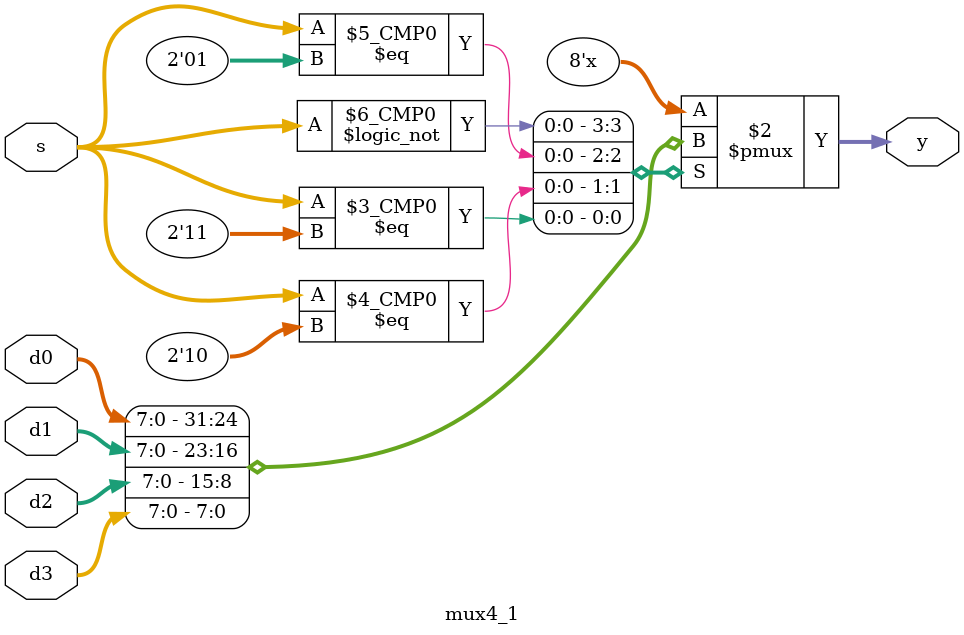
<source format=v>
module mux4_1 #(parameter WIDTH = 8)
             (input      [WIDTH-1:0] d0, d1, d2, d3,
              input      [1:0]       s, 
              output reg [WIDTH-1:0] y);
   always @( * )
      case(s)
         2'b00: y <= d0;
         2'b01: y <= d1;
         2'b10: y <= d2;
         2'b11: y <= d3;
      endcase
endmodule
</source>
